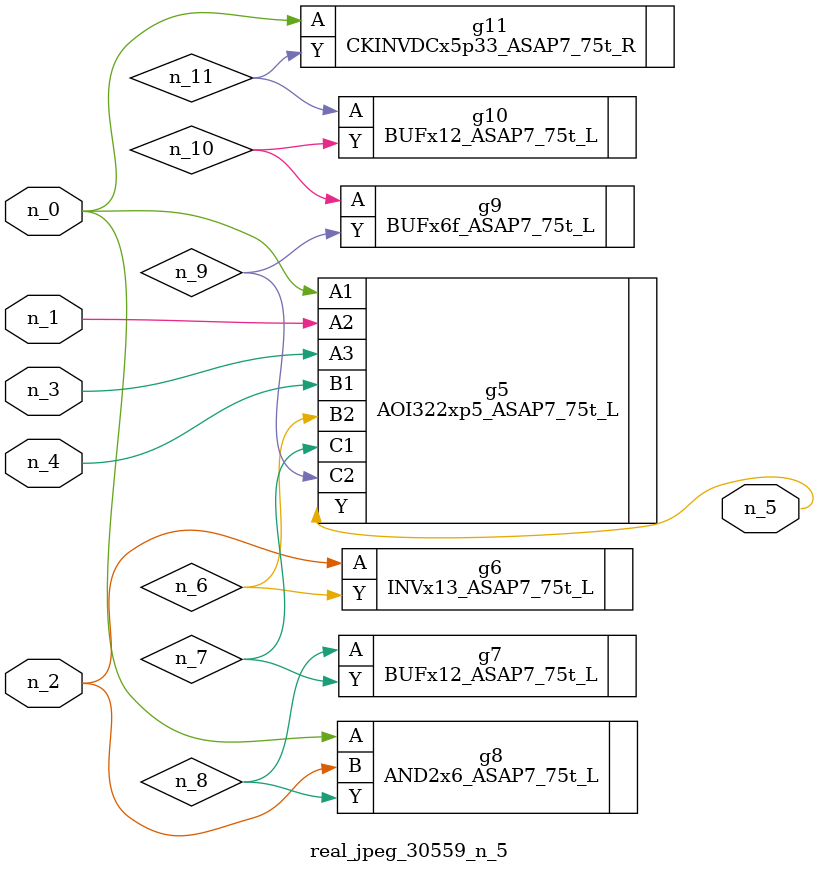
<source format=v>
module real_jpeg_30559_n_5 (n_4, n_0, n_1, n_2, n_3, n_5);

input n_4;
input n_0;
input n_1;
input n_2;
input n_3;

output n_5;

wire n_8;
wire n_11;
wire n_6;
wire n_7;
wire n_10;
wire n_9;

AOI322xp5_ASAP7_75t_L g5 ( 
.A1(n_0),
.A2(n_1),
.A3(n_3),
.B1(n_4),
.B2(n_6),
.C1(n_7),
.C2(n_9),
.Y(n_5)
);

AND2x6_ASAP7_75t_L g8 ( 
.A(n_0),
.B(n_2),
.Y(n_8)
);

CKINVDCx5p33_ASAP7_75t_R g11 ( 
.A(n_0),
.Y(n_11)
);

INVx13_ASAP7_75t_L g6 ( 
.A(n_2),
.Y(n_6)
);

BUFx12_ASAP7_75t_L g7 ( 
.A(n_8),
.Y(n_7)
);

BUFx6f_ASAP7_75t_L g9 ( 
.A(n_10),
.Y(n_9)
);

BUFx12_ASAP7_75t_L g10 ( 
.A(n_11),
.Y(n_10)
);


endmodule
</source>
